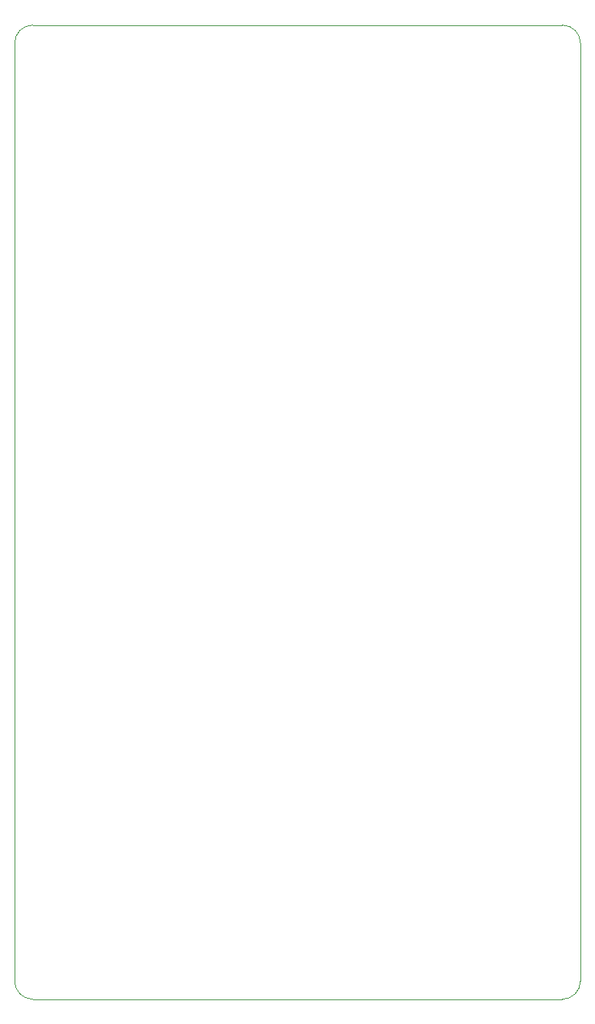
<source format=gm1>
G04 #@! TF.GenerationSoftware,KiCad,Pcbnew,7.0.10*
G04 #@! TF.CreationDate,2024-03-12T21:55:28-04:00*
G04 #@! TF.ProjectId,Alarm_lights,416c6172-6d5f-46c6-9967-6874732e6b69,1.0.1*
G04 #@! TF.SameCoordinates,Original*
G04 #@! TF.FileFunction,Profile,NP*
%FSLAX46Y46*%
G04 Gerber Fmt 4.6, Leading zero omitted, Abs format (unit mm)*
G04 Created by KiCad (PCBNEW 7.0.10) date 2024-03-12 21:55:28*
%MOMM*%
%LPD*%
G01*
G04 APERTURE LIST*
G04 #@! TA.AperFunction,Profile*
%ADD10C,0.100000*%
G04 #@! TD*
G04 APERTURE END LIST*
D10*
X86360000Y-25749000D02*
X86360000Y-129191000D01*
X84360000Y-131191000D02*
X25876000Y-131191000D01*
X84360000Y-131191000D02*
G75*
G03*
X86360000Y-129191000I0J2000000D01*
G01*
X25876000Y-23749000D02*
G75*
G03*
X23876000Y-25749000I0J-2000000D01*
G01*
X23876000Y-129191000D02*
G75*
G03*
X25876000Y-131191000I2000000J0D01*
G01*
X23876000Y-129191000D02*
X23876000Y-25749000D01*
X25876000Y-23749000D02*
X84360000Y-23749000D01*
X86360000Y-25749000D02*
G75*
G03*
X84360000Y-23749000I-2000000J0D01*
G01*
M02*

</source>
